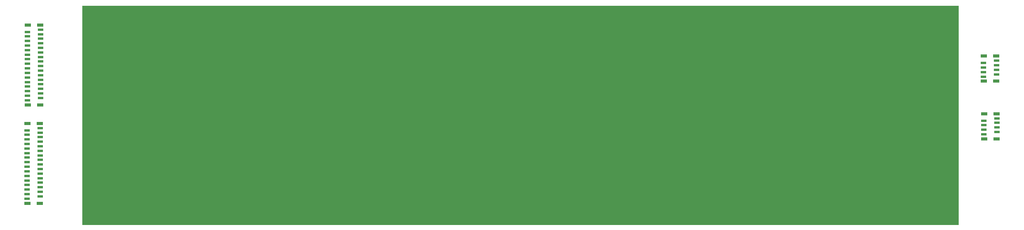
<source format=gbs>
G04 #@! TF.GenerationSoftware,KiCad,Pcbnew,6.0.8+dfsg-1~bpo11+1*
G04 #@! TF.CreationDate,2023-05-30T16:57:20-04:00*
G04 #@! TF.ProjectId,09_padded_high_res_tight,30395f70-6164-4646-9564-5f686967685f,rev?*
G04 #@! TF.SameCoordinates,Original*
G04 #@! TF.FileFunction,Soldermask,Bot*
G04 #@! TF.FilePolarity,Negative*
%FSLAX46Y46*%
G04 Gerber Fmt 4.6, Leading zero omitted, Abs format (unit mm)*
G04 Created by KiCad (PCBNEW 6.0.8+dfsg-1~bpo11+1) date 2023-05-30 16:57:20*
%MOMM*%
%LPD*%
G01*
G04 APERTURE LIST*
%ADD10C,0.050000*%
%ADD11R,1.200000X0.600000*%
%ADD12R,1.400000X0.800000*%
G04 APERTURE END LIST*
D10*
X62620000Y-56810000D02*
X254620000Y-56810000D01*
X254620000Y-56810000D02*
X254620000Y-104810000D01*
X254620000Y-104810000D02*
X62620000Y-104810000D01*
X62620000Y-104810000D02*
X62620000Y-56810000D01*
G36*
X62620000Y-56810000D02*
G01*
X254620000Y-56810000D01*
X254620000Y-104810000D01*
X62620000Y-104810000D01*
X62620000Y-56810000D01*
G37*
D11*
X263090000Y-81540000D03*
X260190000Y-82040000D03*
X263090000Y-82540000D03*
X260190000Y-83040000D03*
X263090000Y-83540000D03*
X260190000Y-84040000D03*
X263090000Y-84540000D03*
X260190000Y-85040000D03*
D12*
X262990000Y-80540000D03*
X260290000Y-80540000D03*
X262990000Y-86040000D03*
X260290000Y-86040000D03*
D11*
X53490000Y-62070000D03*
X50590000Y-62570000D03*
X53490000Y-63070000D03*
X50590000Y-63570000D03*
X53490000Y-64070000D03*
X50590000Y-64570000D03*
X53490000Y-65070000D03*
X50590000Y-65570000D03*
X53490000Y-66070000D03*
X50590000Y-66570000D03*
X53490000Y-67070000D03*
X50590000Y-67570000D03*
X53490000Y-68070000D03*
X50590000Y-68570000D03*
X53490000Y-69070000D03*
X50590000Y-69570000D03*
X53490000Y-70070000D03*
X50590000Y-70570000D03*
X53490000Y-71070000D03*
X50590000Y-71570000D03*
X53490000Y-72070000D03*
X50590000Y-72570000D03*
X53490000Y-73070000D03*
X50590000Y-73570000D03*
X53490000Y-74070000D03*
X50590000Y-74570000D03*
X53490000Y-75070000D03*
X50590000Y-75570000D03*
X53490000Y-76070000D03*
X50590000Y-76570000D03*
X53490000Y-77070000D03*
X50590000Y-77570000D03*
D12*
X53390000Y-61070000D03*
X50690000Y-61070000D03*
X53390000Y-78570000D03*
X50690000Y-78570000D03*
D11*
X50560000Y-99160000D03*
X53460000Y-98660000D03*
X50560000Y-98160000D03*
X53460000Y-97660000D03*
X50560000Y-97160000D03*
X53460000Y-96660000D03*
X50560000Y-96160000D03*
X53460000Y-95660000D03*
X50560000Y-95160000D03*
X53460000Y-94660000D03*
X50560000Y-94160000D03*
X53460000Y-93660000D03*
X50560000Y-93160000D03*
X53460000Y-92660000D03*
X50560000Y-92160000D03*
X53460000Y-91660000D03*
X50560000Y-91160000D03*
X53460000Y-90660000D03*
X50560000Y-90160000D03*
X53460000Y-89660000D03*
X50560000Y-89160000D03*
X53460000Y-88660000D03*
X50560000Y-88160000D03*
X53460000Y-87660000D03*
X50560000Y-87160000D03*
X53460000Y-86660000D03*
X50560000Y-86160000D03*
X53460000Y-85660000D03*
X50560000Y-85160000D03*
X53460000Y-84660000D03*
X50560000Y-84160000D03*
X53460000Y-83660000D03*
D12*
X50660000Y-100160000D03*
X53360000Y-100160000D03*
X50660000Y-82660000D03*
X53360000Y-82660000D03*
D11*
X262990000Y-68890000D03*
X260090000Y-69390000D03*
X262990000Y-69890000D03*
X260090000Y-70390000D03*
X262990000Y-70890000D03*
X260090000Y-71390000D03*
X262990000Y-71890000D03*
X260090000Y-72390000D03*
D12*
X262890000Y-67890000D03*
X260190000Y-67890000D03*
X262890000Y-73390000D03*
X260190000Y-73390000D03*
M02*

</source>
